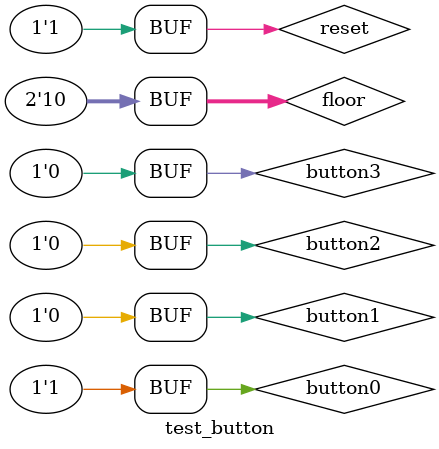
<source format=v>

/*
module test;
reg [1:0]floor;
reg [3:0] button;
reg timer,reset;
wire [1:0] state,motor;

elevator m1(state,motor,button,floor,reset,timer);
initial begin
reset=1'b0;
#10 reset=1'b1;
floor=2'b00; timer=1'b0;
#10 button = 4'b0100; // 2nd floor button
#20 floor=2'b01;
#20 floor=2'b10;
#5 button=4'b0000;
#10 timer=1; 
end
endmodule */

// test bench for button

module test_button;
reg button0,button1,button2,button3,reset;
reg [1:0]floor;
wire [3:0] out;
button m2(out,button0,button1,button2,button3,reset,floor);
initial begin
reset=1'b0;
#10 reset=1'b1;
floor = 2'b10;
button0=1'b0;
button1=1'b0;
button2=1'b0;
button3=1'b0;
#10 button2=1'b1;
#5 button2=1'b0;
#20 button0=1'b1;
#5 button1=1'b0;
#20 button3 = 1'b1;
#5 button3 = 1'b0;

end
endmodule 

</source>
